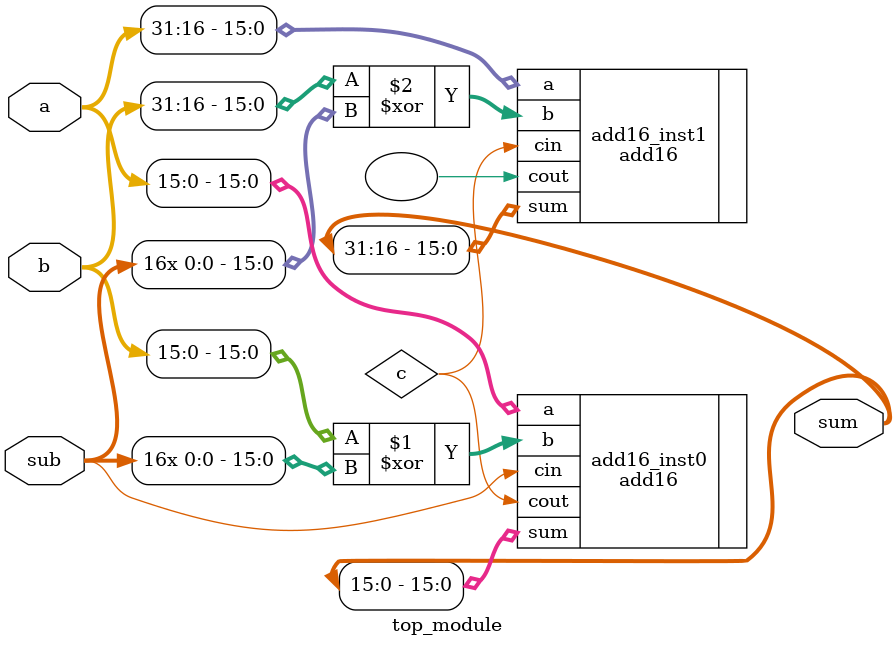
<source format=v>
module top_module(
    input [31:0] a,
    input [31:0] b,
    input sub,
    output [31:0] sum
);

wire c;

add16 add16_inst0 (
     .a    (a[15:0])
    ,.b    (b[15:0] ^ {16{sub}})
    ,.cin  (sub)
    ,.cout (c)
    ,.sum  (sum[15:0])
);

add16 add16_inst1 (
     .a    (a[31:16])
    ,.b    (b[31:16] ^ {16{sub}})
    ,.cin  (c)
    ,.cout ()
    ,.sum  (sum[31:16])
);

endmodule
</source>
